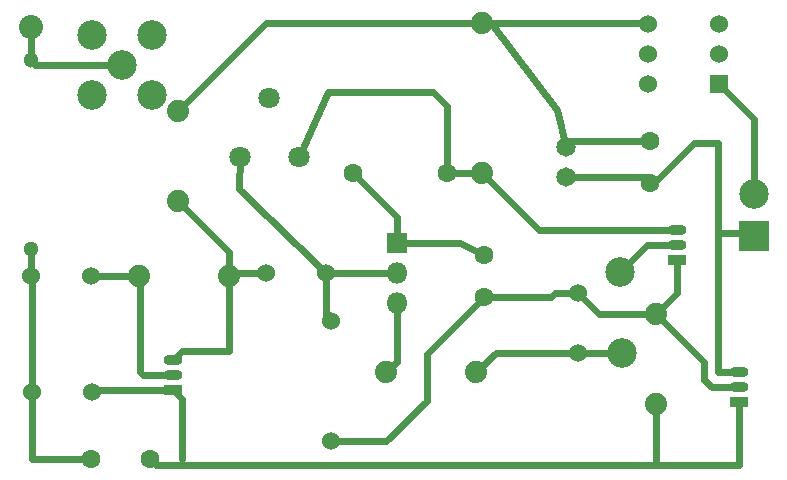
<source format=gbl>
G04 Layer: BottomLayer*
G04 EasyEDA v6.5.40, 2024-02-19 09:39:11*
G04 Gerber Generator version 0.2*
G04 Scale: 100 percent, Rotated: No, Reflected: No *
G04 Dimensions in millimeters *
G04 leading zeros omitted , absolute positions ,4 integer and 5 decimal *
%FSLAX45Y45*%
%MOMM*%

%ADD10C,0.6000*%
%ADD11C,1.8000*%
%ADD12C,1.6000*%
%ADD13C,1.3000*%
%ADD14C,1.5240*%
%ADD15R,1.5240X1.5240*%
%ADD16C,1.6510*%
%ADD17O,1.7999964X1.7999964*%
%ADD18R,1.8000X1.8000*%
%ADD19O,1.5999968X0.8999982*%
%ADD20R,1.6000X0.9000*%
%ADD21C,1.8796*%
%ADD22C,2.5000*%
%ADD23R,2.5000X2.5000*%
%ADD24C,2.0400*%

%LPD*%
D10*
X1003300Y11912600D02*
G01*
X1016000Y11899900D01*
X1016000Y10934700D01*
X1524000Y10934700D02*
G01*
X1536700Y10947400D01*
X2209800Y10947400D01*
X1917700Y11912600D02*
G01*
X1930400Y11899900D01*
X1930400Y11099800D01*
X1955800Y11074400D01*
X2209800Y11074400D01*
X1511300Y11912600D02*
G01*
X1917700Y11912600D01*
X2247900Y12547600D02*
G01*
X2679700Y12115800D01*
X2679700Y11912600D01*
X2679700Y11912600D02*
G01*
X2705100Y11938000D01*
X2997200Y11938000D01*
X3543300Y11531600D02*
G01*
X3505200Y11569700D01*
X3505200Y11938000D01*
X3505200Y11938000D02*
G01*
X4102100Y11938000D01*
X4406900Y13474700D02*
G01*
X4527499Y13354100D01*
X4527499Y12788900D01*
X3727500Y12788900D02*
G01*
X4102100Y12414300D01*
X4102100Y12192000D01*
X5638800Y11772900D02*
G01*
X5816600Y11595100D01*
X6299200Y11595100D01*
X4013200Y11099800D02*
G01*
X4102100Y11188700D01*
X4102100Y11684000D01*
X6477000Y12052300D02*
G01*
X6477000Y11772900D01*
X6299200Y11595100D01*
X6299200Y11595100D02*
G01*
X6705600Y11188700D01*
X6705600Y11036300D01*
X6769100Y10972800D01*
X6997700Y10972800D01*
X2247900Y13309600D02*
G01*
X2997200Y14058900D01*
X4826000Y14058900D01*
X2209800Y11201400D02*
G01*
X2286000Y11277600D01*
X2679700Y11277600D01*
X2679700Y11912600D01*
X4775200Y11099800D02*
G01*
X4940300Y11264900D01*
X5638800Y11264900D01*
X5638800Y11264900D02*
G01*
X6007100Y11264900D01*
X5994400Y11950700D02*
G01*
X6223000Y12179300D01*
X6477000Y12179300D01*
X7124684Y12255474D02*
G01*
X7107318Y12272840D01*
X6819900Y12272840D01*
X3543300Y10515600D02*
G01*
X4013200Y10515600D01*
X4356100Y10858500D01*
X4356100Y11254994D01*
X4838700Y11737594D01*
X5638800Y11772900D02*
G01*
X5441180Y11772900D01*
X5405874Y11737594D01*
X4838700Y11737594D01*
X6997700Y11099800D02*
G01*
X6819900Y11099800D01*
X6819900Y13042900D01*
X6616700Y13042900D01*
X6276591Y12702796D01*
X6248400Y12702796D01*
X5537200Y13004800D02*
G01*
X5537200Y13052805D01*
X6248400Y13052805D01*
X5537200Y12750800D02*
G01*
X6200393Y12750800D01*
X6248400Y12702794D01*
X1003300Y11912600D02*
G01*
X1003300Y12141301D01*
X1003300Y13741298D02*
G01*
X1041272Y13703325D01*
X1777974Y13703325D01*
X1003300Y14020800D02*
G01*
X1003300Y13741298D01*
X1016000Y10960100D02*
G01*
X1016000Y10363200D01*
X1515300Y10363200D02*
G01*
X1515300Y10363200D01*
X1016000Y10363200D01*
X2209800Y10947400D02*
G01*
X2286000Y10871200D01*
X2286000Y10363200D01*
X2015294Y10363200D02*
G01*
X2066094Y10312400D01*
X6299200Y10312400D01*
X6299200Y10833100D01*
X4838710Y12087595D02*
G01*
X4635500Y12192000D01*
X4102100Y12192000D01*
X4527499Y12788900D02*
G01*
X4826000Y12788900D01*
X5308600Y12306300D01*
X6477000Y12306300D01*
X4826000Y14058900D02*
G01*
X4902200Y14058900D01*
X5461000Y13322300D01*
X5537200Y13004800D01*
X6227800Y14042199D02*
G01*
X6211100Y14058900D01*
X4826000Y14058900D01*
X6827799Y13542200D02*
G01*
X7124684Y13245315D01*
X7124684Y12611074D01*
X6997700Y10845800D02*
G01*
X6997700Y10312400D01*
X6299200Y10312400D01*
X6299200Y10833100D01*
X4406900Y13474700D02*
G01*
X3517900Y13474700D01*
X3272594Y12919875D01*
X3505200Y11938000D02*
G01*
X2768600Y12649200D01*
X2772595Y12919875D01*
D11*
G01*
X3272586Y12919862D03*
G01*
X2772587Y12919862D03*
G01*
X3022600Y13419886D03*
D12*
G01*
X6248400Y12702794D03*
G01*
X6248400Y13052805D03*
G01*
X4838700Y11737594D03*
G01*
X4838700Y12087605D03*
D13*
G01*
X1003300Y13741298D03*
G01*
X1003300Y12141301D03*
D12*
G01*
X2015286Y10363200D03*
G01*
X1515313Y10363200D03*
D14*
G01*
X6827799Y14042186D03*
G01*
X6827799Y13792200D03*
D15*
G01*
X6827799Y13542187D03*
D14*
G01*
X6227800Y14042186D03*
G01*
X6227800Y13792200D03*
G01*
X6227800Y13542187D03*
G01*
X1016000Y10934700D03*
G01*
X1524000Y10934700D03*
G01*
X1003300Y11912600D03*
G01*
X1511300Y11912600D03*
G01*
X3505200Y11938000D03*
G01*
X2997200Y11938000D03*
G01*
X5638800Y11264900D03*
G01*
X5638800Y11772900D03*
G01*
X3543300Y11531600D03*
G01*
X3543300Y10515600D03*
D16*
G01*
X5537200Y13004800D03*
G01*
X5537200Y12750800D03*
D17*
G01*
X4102100Y11684000D03*
G01*
X4102100Y11938000D03*
D18*
G01*
X4102100Y12192000D03*
D19*
G01*
X6997700Y11099800D03*
G01*
X6997700Y10972800D03*
D20*
G01*
X6997700Y10845800D03*
D19*
G01*
X6477000Y12306300D03*
G01*
X6477000Y12179300D03*
D20*
G01*
X6477000Y12052300D03*
D19*
G01*
X2209800Y11201400D03*
G01*
X2209800Y11074400D03*
D20*
G01*
X2209800Y10947400D03*
D21*
G01*
X4013200Y11099800D03*
G01*
X4775200Y11099800D03*
G01*
X6299200Y11595100D03*
G01*
X6299200Y10833100D03*
G01*
X2247900Y13309600D03*
G01*
X2247900Y12547600D03*
G01*
X2679700Y11912600D03*
G01*
X1917700Y11912600D03*
G01*
X4826000Y12788900D03*
G01*
X4826000Y14058900D03*
D12*
G01*
X3727500Y12788900D03*
G01*
X4527499Y12788900D03*
D22*
G01*
X1777974Y13703325D03*
G01*
X2032000Y13449300D03*
G01*
X2032000Y13957300D03*
G01*
X1524000Y13957300D03*
G01*
X1524000Y13449300D03*
G01*
X5994400Y11950700D03*
G01*
X6007100Y11264900D03*
G01*
X7124674Y12611074D03*
D23*
G01*
X7124674Y12255474D03*
D24*
G01*
X1003300Y14020800D03*
M02*

</source>
